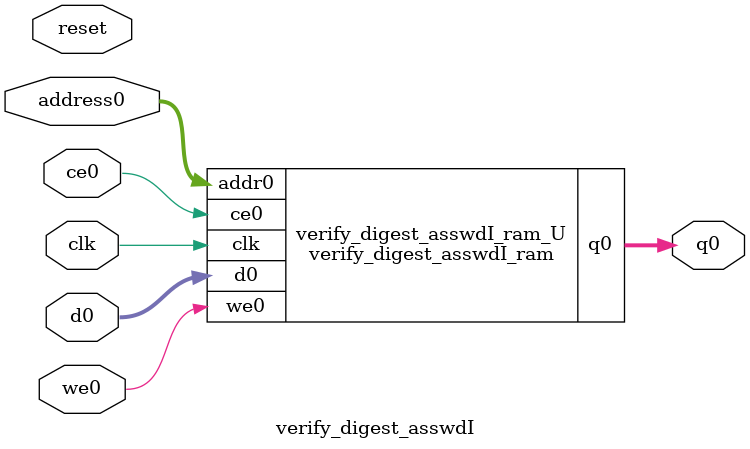
<source format=v>
`timescale 1 ns / 1 ps
module verify_digest_asswdI_ram (addr0, ce0, d0, we0, q0,  clk);

parameter DWIDTH = 8;
parameter AWIDTH = 7;
parameter MEM_SIZE = 96;

input[AWIDTH-1:0] addr0;
input ce0;
input[DWIDTH-1:0] d0;
input we0;
output reg[DWIDTH-1:0] q0;
input clk;

(* ram_style = "distributed" *)reg [DWIDTH-1:0] ram[0:MEM_SIZE-1];




always @(posedge clk)  
begin 
    if (ce0) begin
        if (we0) 
            ram[addr0] <= d0; 
        q0 <= ram[addr0];
    end
end


endmodule

`timescale 1 ns / 1 ps
module verify_digest_asswdI(
    reset,
    clk,
    address0,
    ce0,
    we0,
    d0,
    q0);

parameter DataWidth = 32'd8;
parameter AddressRange = 32'd96;
parameter AddressWidth = 32'd7;
input reset;
input clk;
input[AddressWidth - 1:0] address0;
input ce0;
input we0;
input[DataWidth - 1:0] d0;
output[DataWidth - 1:0] q0;



verify_digest_asswdI_ram verify_digest_asswdI_ram_U(
    .clk( clk ),
    .addr0( address0 ),
    .ce0( ce0 ),
    .we0( we0 ),
    .d0( d0 ),
    .q0( q0 ));

endmodule


</source>
